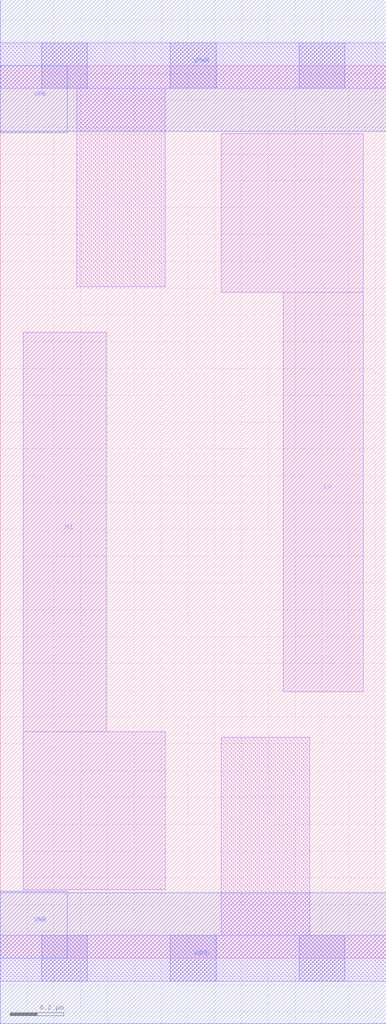
<source format=lef>
# Copyright 2020 The SkyWater PDK Authors
#
# Licensed under the Apache License, Version 2.0 (the "License");
# you may not use this file except in compliance with the License.
# You may obtain a copy of the License at
#
#     https://www.apache.org/licenses/LICENSE-2.0
#
# Unless required by applicable law or agreed to in writing, software
# distributed under the License is distributed on an "AS IS" BASIS,
# WITHOUT WARRANTIES OR CONDITIONS OF ANY KIND, either express or implied.
# See the License for the specific language governing permissions and
# limitations under the License.
#
# SPDX-License-Identifier: Apache-2.0

VERSION 5.5 ;
NAMESCASESENSITIVE ON ;
BUSBITCHARS "[]" ;
DIVIDERCHAR "/" ;
MACRO sky130_fd_sc_hs__conb_1
  CLASS CORE ;
  SOURCE USER ;
  ORIGIN  0.000000  0.000000 ;
  SIZE  1.440000 BY  3.330000 ;
  SYMMETRY X Y ;
  SITE unit ;
  PIN HI
    ANTENNAPARTIALMETALSIDEAREA  0.182000 ;
    DIRECTION OUTPUT ;
    USE SIGNAL ;
    PORT
      LAYER li1 ;
        RECT 0.085000 0.255000 0.615000 0.845000 ;
        RECT 0.085000 0.845000 0.395000 2.335000 ;
    END
  END HI
  PIN LO
    ANTENNAPARTIALMETALSIDEAREA  0.182000 ;
    DIRECTION OUTPUT ;
    USE SIGNAL ;
    PORT
      LAYER li1 ;
        RECT 0.825000 2.485000 1.355000 3.075000 ;
        RECT 1.055000 0.995000 1.355000 2.485000 ;
    END
  END LO
  PIN VGND
    DIRECTION INOUT ;
    USE GROUND ;
    PORT
      LAYER met1 ;
        RECT 0.000000 -0.245000 1.440000 0.245000 ;
    END
  END VGND
  PIN VNB
    DIRECTION INOUT ;
    USE GROUND ;
    PORT
      LAYER met1 ;
        RECT 0.000000 0.000000 0.250000 0.250000 ;
    END
  END VNB
  PIN VPB
    DIRECTION INOUT ;
    USE POWER ;
    PORT
      LAYER met1 ;
        RECT 0.000000 3.080000 0.250000 3.330000 ;
    END
  END VPB
  PIN VPWR
    DIRECTION INOUT ;
    USE POWER ;
    PORT
      LAYER met1 ;
        RECT 0.000000 3.085000 1.440000 3.575000 ;
    END
  END VPWR
  OBS
    LAYER li1 ;
      RECT 0.000000 -0.085000 1.440000 0.085000 ;
      RECT 0.000000  3.245000 1.440000 3.415000 ;
      RECT 0.285000  2.505000 0.615000 3.245000 ;
      RECT 0.825000  0.085000 1.155000 0.825000 ;
    LAYER mcon ;
      RECT 0.155000 -0.085000 0.325000 0.085000 ;
      RECT 0.155000  3.245000 0.325000 3.415000 ;
      RECT 0.635000 -0.085000 0.805000 0.085000 ;
      RECT 0.635000  3.245000 0.805000 3.415000 ;
      RECT 1.115000 -0.085000 1.285000 0.085000 ;
      RECT 1.115000  3.245000 1.285000 3.415000 ;
  END
END sky130_fd_sc_hs__conb_1
END LIBRARY

</source>
